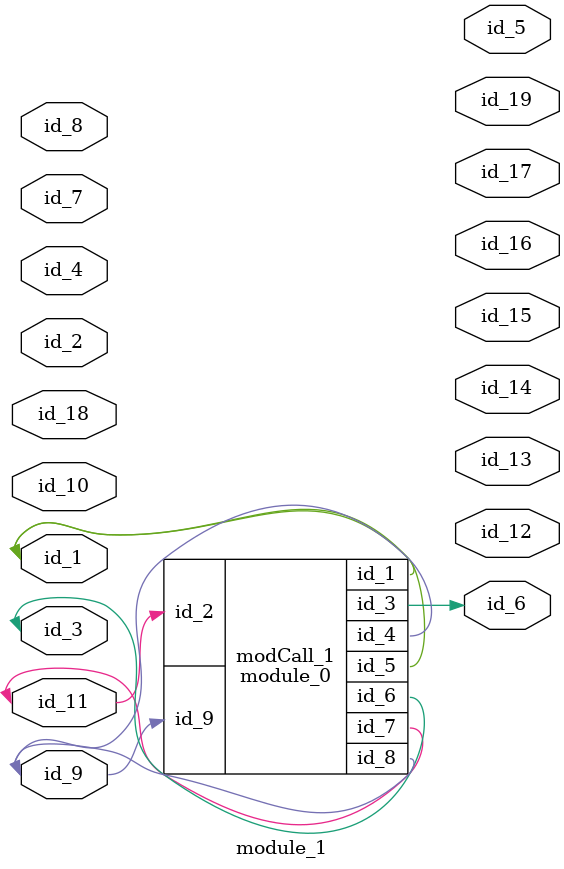
<source format=v>
module module_0 (
    id_1,
    id_2,
    id_3,
    id_4,
    id_5,
    id_6,
    id_7,
    id_8,
    id_9
);
  input wire id_9;
  output wire id_8;
  output wire id_7;
  inout wire id_6;
  output wire id_5;
  inout wire id_4;
  output wire id_3;
  input wire id_2;
  output wire id_1;
  wire id_10;
  function id_11;
    input id_12;
    input id_13;
    id_5 = 1 - 1;
  endfunction
  wire id_14;
  wire id_15;
  wire id_16;
  assign id_5 = 1;
endmodule
module module_1 (
    id_1,
    id_2,
    id_3,
    id_4,
    id_5,
    id_6,
    id_7,
    id_8,
    id_9,
    id_10,
    id_11,
    id_12,
    id_13,
    id_14,
    id_15,
    id_16,
    id_17,
    id_18,
    id_19
);
  output wire id_19;
  input wire id_18;
  output wire id_17;
  output wire id_16;
  output wire id_15;
  output wire id_14;
  output wire id_13;
  output wire id_12;
  inout wire id_11;
  input wire id_10;
  inout wire id_9;
  inout wire id_8;
  input wire id_7;
  output wire id_6;
  output wire id_5;
  input wire id_4;
  inout wire id_3;
  inout wire id_2;
  inout wire id_1;
  assign id_2[1] = 1;
  module_0 modCall_1 (
      id_1,
      id_11,
      id_6,
      id_9,
      id_1,
      id_3,
      id_11,
      id_9,
      id_9
  );
endmodule

</source>
